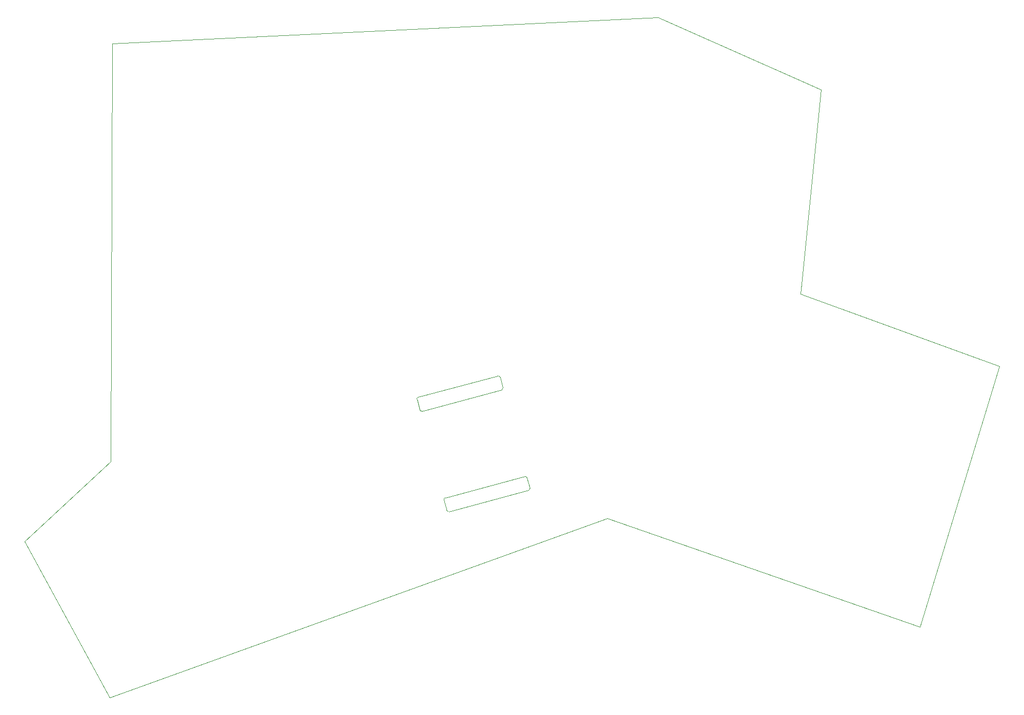
<source format=gbr>
%TF.GenerationSoftware,KiCad,Pcbnew,(6.0.4)*%
%TF.CreationDate,2022-06-17T15:21:50+10:00*%
%TF.ProjectId,luna,6c756e61-2e6b-4696-9361-645f70636258,rev?*%
%TF.SameCoordinates,Original*%
%TF.FileFunction,Profile,NP*%
%FSLAX46Y46*%
G04 Gerber Fmt 4.6, Leading zero omitted, Abs format (unit mm)*
G04 Created by KiCad (PCBNEW (6.0.4)) date 2022-06-17 15:21:50*
%MOMM*%
%LPD*%
G01*
G04 APERTURE LIST*
%TA.AperFunction,Profile*%
%ADD10C,0.100000*%
%TD*%
%TA.AperFunction,Profile*%
%ADD11C,0.050000*%
%TD*%
G04 APERTURE END LIST*
D10*
X209042000Y-62230000D02*
X205613000Y-96012000D01*
X91948000Y-54610000D02*
X91694000Y-123698000D01*
X173736000Y-133096000D02*
X225394787Y-151076933D01*
X209042000Y-62230000D02*
X182118000Y-50292000D01*
X91694000Y-123698000D02*
X77470000Y-136906000D01*
X91536787Y-162760933D02*
X173736000Y-133096000D01*
X77470000Y-136906000D02*
X91536787Y-162760933D01*
X225394787Y-151076933D02*
X238506000Y-107950000D01*
X238506000Y-107950000D02*
X205613000Y-96012000D01*
X182118000Y-50292000D02*
X91948000Y-54610000D01*
D11*
%TO.C,S16*%
X142272617Y-113450672D02*
X142738491Y-115189339D01*
X155621340Y-109563310D02*
X142484749Y-113083249D01*
X143105914Y-115401471D02*
X156242506Y-111881532D01*
X156454638Y-111514108D02*
X155988763Y-109775442D01*
X142484749Y-113083250D02*
G75*
G03*
X142272617Y-113450672I77645J-289777D01*
G01*
X142738491Y-115189339D02*
G75*
G03*
X143105914Y-115401471I289778J77646D01*
G01*
X155988764Y-109775442D02*
G75*
G03*
X155621340Y-109563310I-289778J-77646D01*
G01*
X156242506Y-111881532D02*
G75*
G03*
X156454638Y-111514108I-77646J289778D01*
G01*
X147190178Y-131803263D02*
X146724304Y-130064597D01*
X146936436Y-129697173D02*
X160073027Y-126177234D01*
X160440451Y-126389366D02*
X160906325Y-128128033D01*
X160694193Y-128495456D02*
X147557602Y-132015395D01*
X160694193Y-128495456D02*
G75*
G03*
X160906325Y-128128033I-77646J289778D01*
G01*
X147190178Y-131803263D02*
G75*
G03*
X147557602Y-132015395I289778J77646D01*
G01*
X146936436Y-129697173D02*
G75*
G03*
X146724304Y-130064597I77646J-289778D01*
G01*
X160440451Y-126389366D02*
G75*
G03*
X160073027Y-126177234I-289778J-77646D01*
G01*
%TD*%
M02*

</source>
